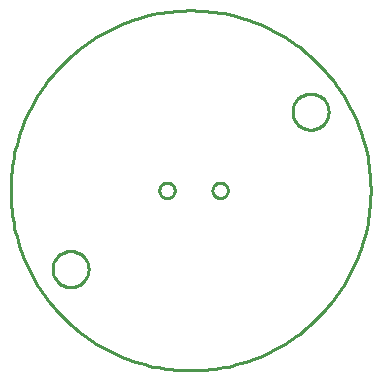
<source format=gbr>
G04 EAGLE Gerber RS-274X export*
G75*
%MOMM*%
%FSLAX34Y34*%
%LPD*%
%IN*%
%IPPOS*%
%AMOC8*
5,1,8,0,0,1.08239X$1,22.5*%
G01*
%ADD10C,0.254000*%


D10*
X431800Y214030D02*
X431800Y217770D01*
X431708Y221510D01*
X431525Y225246D01*
X431249Y228977D01*
X430883Y232699D01*
X430425Y236412D01*
X429876Y240112D01*
X429237Y243797D01*
X428507Y247466D01*
X427687Y251116D01*
X426778Y254744D01*
X425781Y258350D01*
X424695Y261929D01*
X423521Y265481D01*
X422261Y269003D01*
X420915Y272493D01*
X419484Y275949D01*
X417968Y279369D01*
X416368Y282750D01*
X414686Y286091D01*
X412923Y289390D01*
X411079Y292645D01*
X409156Y295854D01*
X407155Y299014D01*
X405077Y302124D01*
X402923Y305182D01*
X400695Y308187D01*
X398393Y311136D01*
X396020Y314027D01*
X393577Y316860D01*
X391065Y319631D01*
X388486Y322341D01*
X385841Y324986D01*
X383131Y327565D01*
X380360Y330077D01*
X377527Y332520D01*
X374636Y334893D01*
X371687Y337195D01*
X368682Y339423D01*
X365624Y341577D01*
X362514Y343655D01*
X359354Y345656D01*
X356145Y347579D01*
X352890Y349423D01*
X349591Y351186D01*
X346250Y352868D01*
X342869Y354468D01*
X339449Y355984D01*
X335993Y357415D01*
X332503Y358761D01*
X328981Y360021D01*
X325429Y361195D01*
X321850Y362281D01*
X318244Y363278D01*
X314616Y364187D01*
X310966Y365007D01*
X307297Y365737D01*
X303612Y366376D01*
X299912Y366925D01*
X296199Y367383D01*
X292477Y367749D01*
X288746Y368025D01*
X285010Y368208D01*
X281270Y368300D01*
X277530Y368300D01*
X273790Y368208D01*
X270054Y368025D01*
X266324Y367749D01*
X262601Y367383D01*
X258888Y366925D01*
X255188Y366376D01*
X251503Y365737D01*
X247834Y365007D01*
X244184Y364187D01*
X240556Y363278D01*
X236950Y362281D01*
X233371Y361195D01*
X229819Y360021D01*
X226297Y358761D01*
X222807Y357415D01*
X219351Y355984D01*
X215931Y354468D01*
X212550Y352868D01*
X209209Y351186D01*
X205910Y349423D01*
X202655Y347579D01*
X199447Y345656D01*
X196286Y343655D01*
X193176Y341577D01*
X190118Y339423D01*
X187113Y337195D01*
X184164Y334893D01*
X181273Y332520D01*
X178440Y330077D01*
X175669Y327565D01*
X172959Y324986D01*
X170314Y322341D01*
X167735Y319631D01*
X165223Y316860D01*
X162780Y314027D01*
X160407Y311136D01*
X158105Y308187D01*
X155877Y305182D01*
X153723Y302124D01*
X151645Y299014D01*
X149644Y295854D01*
X147721Y292645D01*
X145877Y289390D01*
X144114Y286091D01*
X142432Y282750D01*
X140832Y279369D01*
X139317Y275949D01*
X137885Y272493D01*
X136539Y269003D01*
X135279Y265481D01*
X134105Y261929D01*
X133019Y258350D01*
X132022Y254744D01*
X131113Y251116D01*
X130293Y247466D01*
X129563Y243797D01*
X128924Y240112D01*
X128375Y236412D01*
X127917Y232699D01*
X127551Y228977D01*
X127275Y225246D01*
X127092Y221510D01*
X127000Y217770D01*
X127000Y214030D01*
X127092Y210290D01*
X127275Y206554D01*
X127551Y202824D01*
X127917Y199101D01*
X128375Y195388D01*
X128924Y191688D01*
X129563Y188003D01*
X130293Y184334D01*
X131113Y180684D01*
X132022Y177056D01*
X133019Y173450D01*
X134105Y169871D01*
X135279Y166319D01*
X136539Y162797D01*
X137885Y159307D01*
X139317Y155851D01*
X140832Y152431D01*
X142432Y149050D01*
X144114Y145709D01*
X145877Y142410D01*
X147721Y139155D01*
X149644Y135947D01*
X151645Y132786D01*
X153723Y129676D01*
X155877Y126618D01*
X158105Y123613D01*
X160407Y120664D01*
X162780Y117773D01*
X165223Y114940D01*
X167735Y112169D01*
X170314Y109459D01*
X172959Y106814D01*
X175669Y104235D01*
X178440Y101723D01*
X181273Y99280D01*
X184164Y96907D01*
X187113Y94605D01*
X190118Y92377D01*
X193176Y90223D01*
X196286Y88145D01*
X199447Y86144D01*
X202655Y84221D01*
X205910Y82377D01*
X209209Y80614D01*
X212550Y78932D01*
X215931Y77332D01*
X219351Y75817D01*
X222807Y74385D01*
X226297Y73039D01*
X229819Y71779D01*
X233371Y70605D01*
X236950Y69519D01*
X240556Y68522D01*
X244184Y67613D01*
X247834Y66793D01*
X251503Y66063D01*
X255188Y65424D01*
X258888Y64875D01*
X262601Y64417D01*
X266324Y64051D01*
X270054Y63775D01*
X273790Y63592D01*
X277530Y63500D01*
X281270Y63500D01*
X285010Y63592D01*
X288746Y63775D01*
X292477Y64051D01*
X296199Y64417D01*
X299912Y64875D01*
X303612Y65424D01*
X307297Y66063D01*
X310966Y66793D01*
X314616Y67613D01*
X318244Y68522D01*
X321850Y69519D01*
X325429Y70605D01*
X328981Y71779D01*
X332503Y73039D01*
X335993Y74385D01*
X339449Y75817D01*
X342869Y77332D01*
X346250Y78932D01*
X349591Y80614D01*
X352890Y82377D01*
X356145Y84221D01*
X359354Y86144D01*
X362514Y88145D01*
X365624Y90223D01*
X368682Y92377D01*
X371687Y94605D01*
X374636Y96907D01*
X377527Y99280D01*
X380360Y101723D01*
X383131Y104235D01*
X385841Y106814D01*
X388486Y109459D01*
X391065Y112169D01*
X393577Y114940D01*
X396020Y117773D01*
X398393Y120664D01*
X400695Y123613D01*
X402923Y126618D01*
X405077Y129676D01*
X407155Y132786D01*
X409156Y135947D01*
X411079Y139155D01*
X412923Y142410D01*
X414686Y145709D01*
X416368Y149050D01*
X417968Y152431D01*
X419484Y155851D01*
X420915Y159307D01*
X422261Y162797D01*
X423521Y166319D01*
X424695Y169871D01*
X425781Y173450D01*
X426778Y177056D01*
X427687Y180684D01*
X428507Y184334D01*
X429237Y188003D01*
X429876Y191688D01*
X430425Y195388D01*
X430883Y199101D01*
X431249Y202824D01*
X431525Y206554D01*
X431708Y210290D01*
X431800Y214030D01*
X193040Y148681D02*
X192962Y147595D01*
X192807Y146517D01*
X192576Y145454D01*
X192269Y144409D01*
X191889Y143389D01*
X191437Y142399D01*
X190915Y141444D01*
X190326Y140528D01*
X189674Y139656D01*
X188961Y138834D01*
X188191Y138064D01*
X187369Y137351D01*
X186497Y136699D01*
X185581Y136110D01*
X184626Y135588D01*
X183636Y135136D01*
X182616Y134756D01*
X181571Y134449D01*
X180508Y134218D01*
X179430Y134063D01*
X178344Y133985D01*
X177256Y133985D01*
X176170Y134063D01*
X175092Y134218D01*
X174029Y134449D01*
X172984Y134756D01*
X171964Y135136D01*
X170974Y135588D01*
X170019Y136110D01*
X169103Y136699D01*
X168231Y137351D01*
X167409Y138064D01*
X166639Y138834D01*
X165926Y139656D01*
X165274Y140528D01*
X164685Y141444D01*
X164163Y142399D01*
X163711Y143389D01*
X163331Y144409D01*
X163024Y145454D01*
X162793Y146517D01*
X162638Y147595D01*
X162560Y148681D01*
X162560Y149769D01*
X162638Y150855D01*
X162793Y151933D01*
X163024Y152996D01*
X163331Y154041D01*
X163711Y155061D01*
X164163Y156051D01*
X164685Y157006D01*
X165274Y157922D01*
X165926Y158794D01*
X166639Y159616D01*
X167409Y160386D01*
X168231Y161099D01*
X169103Y161751D01*
X170019Y162340D01*
X170974Y162862D01*
X171964Y163314D01*
X172984Y163694D01*
X174029Y164001D01*
X175092Y164232D01*
X176170Y164387D01*
X177256Y164465D01*
X178344Y164465D01*
X179430Y164387D01*
X180508Y164232D01*
X181571Y164001D01*
X182616Y163694D01*
X183636Y163314D01*
X184626Y162862D01*
X185581Y162340D01*
X186497Y161751D01*
X187369Y161099D01*
X188191Y160386D01*
X188961Y159616D01*
X189674Y158794D01*
X190326Y157922D01*
X190915Y157006D01*
X191437Y156051D01*
X191889Y155061D01*
X192269Y154041D01*
X192576Y152996D01*
X192807Y151933D01*
X192962Y150855D01*
X193040Y149769D01*
X193040Y148681D01*
X396240Y282031D02*
X396162Y280945D01*
X396007Y279867D01*
X395776Y278804D01*
X395469Y277759D01*
X395089Y276739D01*
X394637Y275749D01*
X394115Y274794D01*
X393526Y273878D01*
X392874Y273006D01*
X392161Y272184D01*
X391391Y271414D01*
X390569Y270701D01*
X389697Y270049D01*
X388781Y269460D01*
X387826Y268938D01*
X386836Y268486D01*
X385816Y268106D01*
X384771Y267799D01*
X383708Y267568D01*
X382630Y267413D01*
X381544Y267335D01*
X380456Y267335D01*
X379370Y267413D01*
X378292Y267568D01*
X377229Y267799D01*
X376184Y268106D01*
X375164Y268486D01*
X374174Y268938D01*
X373219Y269460D01*
X372303Y270049D01*
X371431Y270701D01*
X370609Y271414D01*
X369839Y272184D01*
X369126Y273006D01*
X368474Y273878D01*
X367885Y274794D01*
X367363Y275749D01*
X366911Y276739D01*
X366531Y277759D01*
X366224Y278804D01*
X365993Y279867D01*
X365838Y280945D01*
X365760Y282031D01*
X365760Y283119D01*
X365838Y284205D01*
X365993Y285283D01*
X366224Y286346D01*
X366531Y287391D01*
X366911Y288411D01*
X367363Y289401D01*
X367885Y290356D01*
X368474Y291272D01*
X369126Y292144D01*
X369839Y292966D01*
X370609Y293736D01*
X371431Y294449D01*
X372303Y295101D01*
X373219Y295690D01*
X374174Y296212D01*
X375164Y296664D01*
X376184Y297044D01*
X377229Y297351D01*
X378292Y297582D01*
X379370Y297737D01*
X380456Y297815D01*
X381544Y297815D01*
X382630Y297737D01*
X383708Y297582D01*
X384771Y297351D01*
X385816Y297044D01*
X386836Y296664D01*
X387826Y296212D01*
X388781Y295690D01*
X389697Y295101D01*
X390569Y294449D01*
X391391Y293736D01*
X392161Y292966D01*
X392874Y292144D01*
X393526Y291272D01*
X394115Y290356D01*
X394637Y289401D01*
X395089Y288411D01*
X395469Y287391D01*
X395776Y286346D01*
X396007Y285283D01*
X396162Y284205D01*
X396240Y283119D01*
X396240Y282031D01*
X310900Y215581D02*
X310837Y214945D01*
X310713Y214319D01*
X310527Y213708D01*
X310283Y213118D01*
X309982Y212554D01*
X309627Y212023D01*
X309222Y211530D01*
X308770Y211078D01*
X308277Y210673D01*
X307746Y210318D01*
X307182Y210017D01*
X306592Y209773D01*
X305981Y209587D01*
X305355Y209463D01*
X304719Y209400D01*
X304081Y209400D01*
X303445Y209463D01*
X302819Y209587D01*
X302208Y209773D01*
X301618Y210017D01*
X301054Y210318D01*
X300523Y210673D01*
X300030Y211078D01*
X299578Y211530D01*
X299173Y212023D01*
X298818Y212554D01*
X298517Y213118D01*
X298273Y213708D01*
X298087Y214319D01*
X297963Y214945D01*
X297900Y215581D01*
X297900Y216219D01*
X297963Y216855D01*
X298087Y217481D01*
X298273Y218092D01*
X298517Y218682D01*
X298818Y219246D01*
X299173Y219777D01*
X299578Y220270D01*
X300030Y220722D01*
X300523Y221127D01*
X301054Y221482D01*
X301618Y221783D01*
X302208Y222027D01*
X302819Y222213D01*
X303445Y222337D01*
X304081Y222400D01*
X304719Y222400D01*
X305355Y222337D01*
X305981Y222213D01*
X306592Y222027D01*
X307182Y221783D01*
X307746Y221482D01*
X308277Y221127D01*
X308770Y220722D01*
X309222Y220270D01*
X309627Y219777D01*
X309982Y219246D01*
X310283Y218682D01*
X310527Y218092D01*
X310713Y217481D01*
X310837Y216855D01*
X310900Y216219D01*
X310900Y215581D01*
X265900Y215581D02*
X265837Y214945D01*
X265713Y214319D01*
X265527Y213708D01*
X265283Y213118D01*
X264982Y212554D01*
X264627Y212023D01*
X264222Y211530D01*
X263770Y211078D01*
X263277Y210673D01*
X262746Y210318D01*
X262182Y210017D01*
X261592Y209773D01*
X260981Y209587D01*
X260355Y209463D01*
X259719Y209400D01*
X259081Y209400D01*
X258445Y209463D01*
X257819Y209587D01*
X257208Y209773D01*
X256618Y210017D01*
X256054Y210318D01*
X255523Y210673D01*
X255030Y211078D01*
X254578Y211530D01*
X254173Y212023D01*
X253818Y212554D01*
X253517Y213118D01*
X253273Y213708D01*
X253087Y214319D01*
X252963Y214945D01*
X252900Y215581D01*
X252900Y216219D01*
X252963Y216855D01*
X253087Y217481D01*
X253273Y218092D01*
X253517Y218682D01*
X253818Y219246D01*
X254173Y219777D01*
X254578Y220270D01*
X255030Y220722D01*
X255523Y221127D01*
X256054Y221482D01*
X256618Y221783D01*
X257208Y222027D01*
X257819Y222213D01*
X258445Y222337D01*
X259081Y222400D01*
X259719Y222400D01*
X260355Y222337D01*
X260981Y222213D01*
X261592Y222027D01*
X262182Y221783D01*
X262746Y221482D01*
X263277Y221127D01*
X263770Y220722D01*
X264222Y220270D01*
X264627Y219777D01*
X264982Y219246D01*
X265283Y218682D01*
X265527Y218092D01*
X265713Y217481D01*
X265837Y216855D01*
X265900Y216219D01*
X265900Y215581D01*
M02*

</source>
